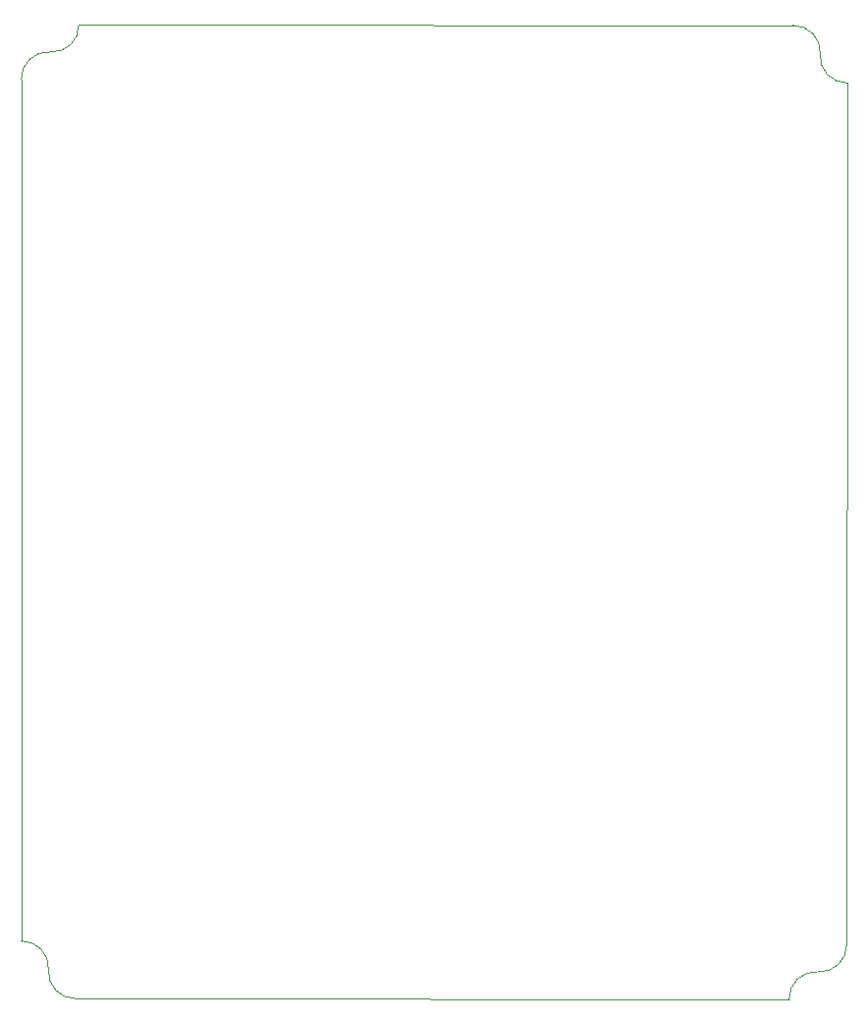
<source format=gbr>
%TF.GenerationSoftware,KiCad,Pcbnew,(6.0.6)*%
%TF.CreationDate,2022-07-15T00:25:02-04:00*%
%TF.ProjectId,Two Phase Bipolar Stepper Motor,54776f20-5068-4617-9365-204269706f6c,#1*%
%TF.SameCoordinates,Original*%
%TF.FileFunction,Profile,NP*%
%FSLAX46Y46*%
G04 Gerber Fmt 4.6, Leading zero omitted, Abs format (unit mm)*
G04 Created by KiCad (PCBNEW (6.0.6)) date 2022-07-15 00:25:02*
%MOMM*%
%LPD*%
G01*
G04 APERTURE LIST*
%TA.AperFunction,Profile*%
%ADD10C,0.100000*%
%TD*%
G04 APERTURE END LIST*
D10*
X200300000Y-144250000D02*
X261740236Y-144287000D01*
X195610134Y-65114942D02*
X195613000Y-139290236D01*
X262077942Y-60480102D02*
X200569898Y-60427942D01*
X266700000Y-139600000D02*
X266764942Y-65439866D01*
X264220118Y-141943500D02*
G75*
G03*
X261740236Y-144287000I-179882J-2293500D01*
G01*
X264220118Y-141943500D02*
G75*
G03*
X266700000Y-139600000I179882J2293500D01*
G01*
X197956500Y-141770118D02*
G75*
G03*
X200300000Y-144250000I2293500J-179882D01*
G01*
X197956500Y-141770118D02*
G75*
G03*
X195613000Y-139290236I-2293500J179882D01*
G01*
X198090016Y-62771442D02*
G75*
G03*
X195610134Y-65114942I-179882J-2293500D01*
G01*
X198090016Y-62771442D02*
G75*
G03*
X200569898Y-60427942I179882J2293500D01*
G01*
X264421442Y-62959984D02*
G75*
G03*
X266764942Y-65439866I2293500J-179882D01*
G01*
X264421442Y-62959984D02*
G75*
G03*
X262077942Y-60480102I-2293500J179882D01*
G01*
M02*

</source>
